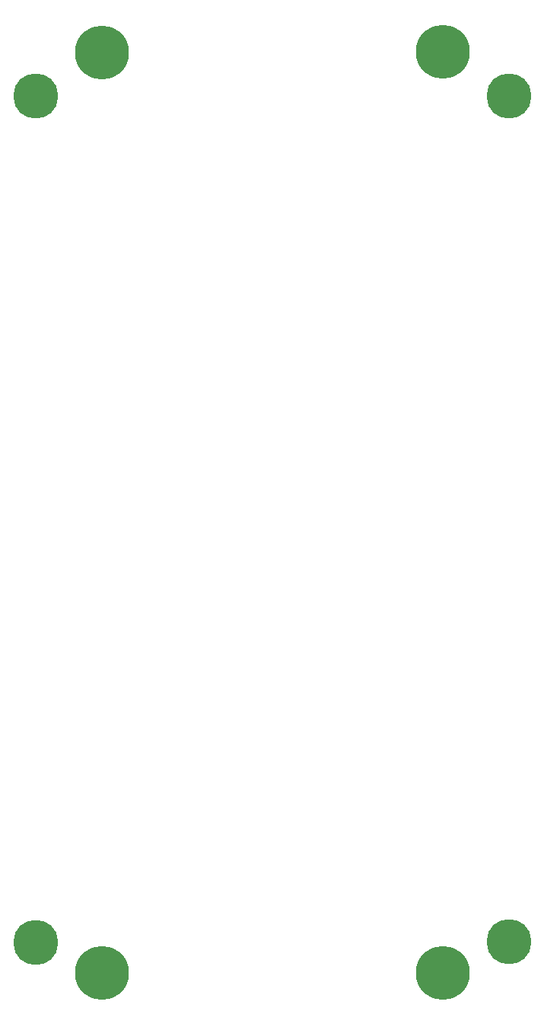
<source format=gtl>
G04 Layer: TopLayer*
G04 EasyEDA v6.5.29, 2023-07-16 15:11:24*
G04 8e63474119ad402bbd214b4fb5fb20c4,5a6b42c53f6a479593ecc07194224c93,10*
G04 Gerber Generator version 0.2*
G04 Scale: 100 percent, Rotated: No, Reflected: No *
G04 Dimensions in millimeters *
G04 leading zeros omitted , absolute positions ,4 integer and 5 decimal *
%FSLAX45Y45*%
%MOMM*%

%ADD10C,5.9900*%
%ADD11C,5.0000*%

%LPD*%
D10*
G01*
X1181100Y11341100D03*
G01*
X4978400Y11353800D03*
D11*
G01*
X444500Y10858500D03*
G01*
X5715000Y10858500D03*
G01*
X444601Y1455445D03*
G01*
X5715000Y1460500D03*
D10*
G01*
X1181100Y1117600D03*
G01*
X4978400Y1117600D03*
M02*

</source>
